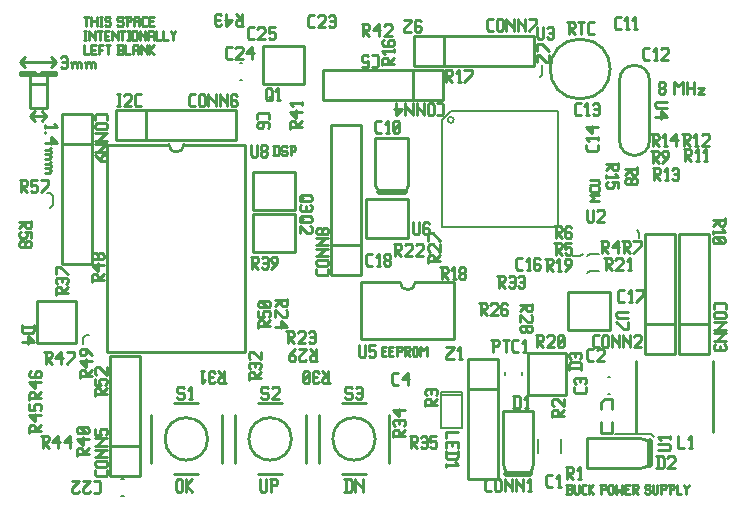
<source format=gbr>
G04 start of page 7 for group -4079 idx -4079 *
G04 Title: (unknown), topsilk *
G04 Creator: pcb 20091103 *
G04 CreationDate: Fri 29 Oct 2010 14:31:42 GMT UTC *
G04 For: thomas *
G04 Format: Gerber/RS-274X *
G04 PCB-Dimensions: 600000 500000 *
G04 PCB-Coordinate-Origin: lower left *
%MOIN*%
%FSLAX25Y25*%
%LNFRONTSILK*%
%ADD11C,0.0100*%
%ADD15C,0.0200*%
%ADD47C,0.0060*%
%ADD48C,0.0080*%
G54D47*X254709Y172261D02*X252346D01*
X89000Y145000D02*Y143000D01*
X91000Y146000D02*X90000D01*
X89000Y145000D01*
X261008Y173048D02*X257858D01*
X257071Y172261D01*
X261008Y167536D02*X257858D01*
X257071Y166749D01*
X254709Y172261D02*X255496Y173048D01*
X278425Y113205D02*X279425Y112205D01*
X278425Y113205D02*X266425D01*
X252346Y172261D02*X251559Y173048D01*
X242110Y236039D02*Y232889D01*
X241323Y232102D01*
X274394Y178560D02*Y180134D01*
X273606Y180922D01*
X77095Y193560D02*X78095D01*
X79095Y192560D01*
Y189560D01*
X78095Y188560D01*
G54D11*X71276Y219008D02*X72851Y217433D01*
X76788Y219008D02*X75213Y220583D01*
X71276Y219008D02*X76788D01*
X75213Y217433D01*
X72851Y220583D02*X71276Y219008D01*
X80079Y232914D02*X68268D01*
X75095Y233623D02*X80095D01*
X68095Y232623D02*X80095D01*
Y233623D01*
X71418Y229765D02*X76930D01*
X71418Y232914D02*Y221891D01*
X76930Y232914D02*Y221891D01*
X71418D01*
X68095Y233623D02*X73095D01*
X68095Y232623D02*Y233623D01*
X68126Y237119D02*X69700Y238693D01*
X68126Y237119D02*Y237118D01*
X69700Y235544D01*
X79937Y237119D02*X68126D01*
X79937D02*X78362Y235544D01*
X79937Y237119D02*X79936D01*
X78362Y238693D01*
X152753Y208956D02*Y205956D01*
X153878Y208956D02*X154253Y208581D01*
Y206331D01*
X153878Y205956D02*X154253Y206331D01*
X152378Y205956D02*X153878D01*
X152378Y208956D02*X153878D01*
X156653D02*X157028Y208581D01*
X155528Y208956D02*X156653D01*
X155153Y208581D02*X155528Y208956D01*
X155153Y208581D02*Y207831D01*
X155528Y207456D01*
X156653D01*
X157028Y207081D01*
Y206331D01*
X156653Y205956D02*X157028Y206331D01*
X155528Y205956D02*X156653D01*
X155153Y206331D02*X155528Y205956D01*
X158304Y208956D02*Y205956D01*
X157929Y208956D02*X159429D01*
X159804Y208581D01*
Y207831D01*
X159429Y207456D02*X159804Y207831D01*
X158304Y207456D02*X159429D01*
X280968Y226989D02*X281468Y226489D01*
X280968Y227989D02*Y226989D01*
Y227989D02*X281468Y228489D01*
X282468D01*
X282968Y227989D01*
Y226989D01*
X282468Y226489D02*X282968Y226989D01*
X281468Y226489D02*X282468D01*
X280968Y228989D02*X281468Y228489D01*
X280968Y229989D02*Y228989D01*
Y229989D02*X281468Y230489D01*
X282468D01*
X282968Y229989D01*
Y228989D01*
X282468Y228489D02*X282968Y228989D01*
X285969Y230489D02*Y226489D01*
Y230489D02*X287469Y228989D01*
X288969Y230489D01*
Y226489D01*
X290170Y230489D02*Y226489D01*
X292670Y230489D02*Y226489D01*
X290170Y228489D02*X292670D01*
X293871D02*X295871D01*
X293871Y226489D02*X295871Y228489D01*
X293871Y226489D02*X295871D01*
X100394Y226276D02*X101394D01*
X100894D02*Y222276D01*
X100394D02*X101394D01*
X102595Y225776D02*X103095Y226276D01*
X104595D01*
X105095Y225776D01*
Y224776D01*
X102595Y222276D02*X105095Y224776D01*
X102595Y222276D02*X105095D01*
X106796D02*X108296D01*
X106296Y222776D02*X106796Y222276D01*
X106296Y225776D02*Y222776D01*
Y225776D02*X106796Y226276D01*
X108296D01*
X120000Y97470D02*Y94410D01*
Y97470D02*X120510Y97980D01*
X121530D01*
X122040Y97470D01*
Y94410D01*
X121530Y93900D02*X122040Y94410D01*
X120510Y93900D02*X121530D01*
X120000Y94410D02*X120510Y93900D01*
X123265Y97980D02*Y93900D01*
Y95940D02*X125305Y97980D01*
X123265Y95940D02*X125305Y93900D01*
X148000Y97980D02*Y94410D01*
X148510Y93900D01*
X149530D01*
X150040Y94410D01*
Y97980D02*Y94410D01*
X151775Y97980D02*Y93900D01*
X151265Y97980D02*X153305D01*
X153815Y97470D01*
Y96450D01*
X153305Y95940D02*X153815Y96450D01*
X151775Y95940D02*X153305D01*
X176510Y97980D02*Y93900D01*
X178040Y97980D02*X178550Y97470D01*
Y94410D01*
X178040Y93900D02*X178550Y94410D01*
X176000Y93900D02*X178040D01*
X176000Y97980D02*X178040D01*
X179775D02*Y93900D01*
Y97980D02*Y97470D01*
X182325Y94920D01*
Y97980D02*Y93900D01*
X188535Y140585D02*X189660D01*
X188535Y139085D02*X190035D01*
X188535Y142085D02*Y139085D01*
Y142085D02*X190035D01*
X190935Y140585D02*X192060D01*
X190935Y139085D02*X192435D01*
X190935Y142085D02*Y139085D01*
Y142085D02*X192435D01*
X193711D02*Y139085D01*
X193336Y142085D02*X194836D01*
X195211Y141710D01*
Y140960D01*
X194836Y140585D02*X195211Y140960D01*
X193711Y140585D02*X194836D01*
X196112Y142085D02*X197612D01*
X197987Y141710D01*
Y140960D01*
X197612Y140585D02*X197987Y140960D01*
X196487Y140585D02*X197612D01*
X196487Y142085D02*Y139085D01*
Y140585D02*X197987Y139085D01*
X198888Y141710D02*Y139460D01*
Y141710D02*X199263Y142085D01*
X200013D01*
X200388Y141710D01*
Y139460D01*
X200013Y139085D02*X200388Y139460D01*
X199263Y139085D02*X200013D01*
X198888Y139460D02*X199263Y139085D01*
X201288Y142085D02*Y139085D01*
Y142085D02*X202413Y140960D01*
X203538Y142085D01*
Y139085D01*
X250016Y93210D02*X251516D01*
X251891Y93585D01*
Y94335D02*Y93585D01*
X251516Y94710D02*X251891Y94335D01*
X250391Y94710D02*X251516D01*
X250391Y96210D02*Y93210D01*
X250016Y96210D02*X251516D01*
X251891Y95835D01*
Y95085D01*
X251516Y94710D02*X251891Y95085D01*
X252791Y96210D02*Y93585D01*
X253166Y93210D01*
X253916D01*
X254291Y93585D01*
Y96210D02*Y93585D01*
X255567Y93210D02*X256692D01*
X255192Y93585D02*X255567Y93210D01*
X255192Y95835D02*Y93585D01*
Y95835D02*X255567Y96210D01*
X256692D01*
X257593D02*Y93210D01*
Y94710D02*X259093Y96210D01*
X257593Y94710D02*X259093Y93210D01*
X261719Y96210D02*Y93210D01*
X261344Y96210D02*X262844D01*
X263219Y95835D01*
Y95085D01*
X262844Y94710D02*X263219Y95085D01*
X261719Y94710D02*X262844D01*
X264119Y95835D02*Y93585D01*
Y95835D02*X264494Y96210D01*
X265244D01*
X265619Y95835D01*
Y93585D01*
X265244Y93210D02*X265619Y93585D01*
X264494Y93210D02*X265244D01*
X264119Y93585D02*X264494Y93210D01*
X266520Y96210D02*Y93210D01*
X267645Y94335D01*
X268770Y93210D01*
Y96210D02*Y93210D01*
X269671Y94710D02*X270796D01*
X269671Y93210D02*X271171D01*
X269671Y96210D02*Y93210D01*
Y96210D02*X271171D01*
X272072D02*X273572D01*
X273947Y95835D01*
Y95085D01*
X273572Y94710D02*X273947Y95085D01*
X272447Y94710D02*X273572D01*
X272447Y96210D02*Y93210D01*
Y94710D02*X273947Y93210D01*
X277697Y96210D02*X278072Y95835D01*
X276572Y96210D02*X277697D01*
X276197Y95835D02*X276572Y96210D01*
X276197Y95835D02*Y95085D01*
X276572Y94710D01*
X277697D01*
X278072Y94335D01*
Y93585D01*
X277697Y93210D02*X278072Y93585D01*
X276572Y93210D02*X277697D01*
X276197Y93585D02*X276572Y93210D01*
X278973Y96210D02*Y93585D01*
X279348Y93210D01*
X280098D01*
X280473Y93585D01*
Y96210D02*Y93585D01*
X281749Y96210D02*Y93210D01*
X281374Y96210D02*X282874D01*
X283249Y95835D01*
Y95085D01*
X282874Y94710D02*X283249Y95085D01*
X281749Y94710D02*X282874D01*
X284525Y96210D02*Y93210D01*
X284150Y96210D02*X285650D01*
X286025Y95835D01*
Y95085D01*
X285650Y94710D02*X286025Y95085D01*
X284525Y94710D02*X285650D01*
X286925Y96210D02*Y93210D01*
X288425D01*
X289326Y96210D02*Y95835D01*
X290076Y95085D01*
X290826Y95835D01*
Y96210D02*Y95835D01*
X290076Y95085D02*Y93210D01*
X250394Y250276D02*X252394D01*
X252894Y249776D01*
Y248776D01*
X252394Y248276D02*X252894Y248776D01*
X250894Y248276D02*X252394D01*
X250894Y250276D02*Y246276D01*
Y248276D02*X252894Y246276D01*
X254095Y250276D02*X256095D01*
X255095D02*Y246276D01*
X257796D02*X259296D01*
X257296Y246776D02*X257796Y246276D01*
X257296Y249776D02*Y246776D01*
Y249776D02*X257796Y250276D01*
X259296D01*
X258145Y190630D02*X261145D01*
X258145D02*X259270Y191755D01*
X258145Y192880D01*
X261145D01*
Y195280D02*Y194155D01*
X260770Y193780D02*X261145Y194155D01*
X258520Y193780D02*X260770D01*
X258520D02*X258145Y194155D01*
Y195280D02*Y194155D01*
Y196181D02*X260770D01*
X261145Y196556D01*
Y197306D02*Y196556D01*
Y197306D02*X260770Y197681D01*
X258145D02*X260770D01*
X76244Y216004D02*Y215004D01*
Y215504D02*X80244D01*
X79244Y216504D02*X80244Y215504D01*
X76244Y213803D02*Y213303D01*
X78244Y212102D02*X80244Y210102D01*
X78244Y212102D02*Y209602D01*
X76244Y210102D02*X80244D01*
X76244Y207901D02*X77744D01*
X78244Y207401D01*
Y206901D01*
X77744Y206401D01*
X76244D02*X77744D01*
X78244Y205901D01*
Y205401D01*
X77744Y204901D01*
X76244D02*X77744D01*
X78244Y208401D02*X77744Y207901D01*
X76244Y203200D02*X77744D01*
X78244Y202700D01*
Y202200D01*
X77744Y201700D01*
X76244D02*X77744D01*
X78244Y201200D01*
Y200700D01*
X77744Y200200D01*
X76244D02*X77744D01*
X78244Y203700D02*X77744Y203200D01*
X81653Y238502D02*X82153Y239002D01*
X83153D01*
X83653Y238502D01*
Y235502D01*
X83153Y235002D02*X83653Y235502D01*
X82153Y235002D02*X83153D01*
X81653Y235502D02*X82153Y235002D01*
Y237002D02*X83653D01*
X85354Y236502D02*Y235002D01*
Y236502D02*X85854Y237002D01*
X86354D01*
X86854Y236502D01*
Y235002D01*
Y236502D02*X87354Y237002D01*
X87854D01*
X88354Y236502D01*
Y235002D01*
X84854Y237002D02*X85354Y236502D01*
X90055D02*Y235002D01*
Y236502D02*X90555Y237002D01*
X91055D01*
X91555Y236502D01*
Y235002D01*
Y236502D02*X92055Y237002D01*
X92555D01*
X93055Y236502D01*
Y235002D01*
X89555Y237002D02*X90055Y236502D01*
X89388Y252118D02*X90888D01*
X90138D02*Y249118D01*
X91788Y252118D02*Y249118D01*
X93663Y252118D02*Y249118D01*
X91788Y250618D02*X93663D01*
X94564Y252118D02*X95314D01*
X94939D02*Y249118D01*
X94564D02*X95314D01*
X97715Y252118D02*X98090Y251743D01*
X96590Y252118D02*X97715D01*
X96215Y251743D02*X96590Y252118D01*
X96215Y251743D02*Y250993D01*
X96590Y250618D01*
X97715D01*
X98090Y250243D01*
Y249493D01*
X97715Y249118D02*X98090Y249493D01*
X96590Y249118D02*X97715D01*
X96215Y249493D02*X96590Y249118D01*
X101841Y252118D02*X102216Y251743D01*
X100716Y252118D02*X101841D01*
X100341Y251743D02*X100716Y252118D01*
X100341Y251743D02*Y250993D01*
X100716Y250618D01*
X101841D01*
X102216Y250243D01*
Y249493D01*
X101841Y249118D02*X102216Y249493D01*
X100716Y249118D02*X101841D01*
X100341Y249493D02*X100716Y249118D01*
X103491Y252118D02*Y249118D01*
X103116Y252118D02*X104616D01*
X104991Y251743D01*
Y250993D01*
X104616Y250618D02*X104991Y250993D01*
X103491Y250618D02*X104616D01*
X105892Y251743D02*Y249118D01*
Y251743D02*X106267Y252118D01*
X107392D01*
X107767Y251743D01*
Y249118D01*
X105892Y250618D02*X107767D01*
X109043Y249118D02*X110168D01*
X108668Y249493D02*X109043Y249118D01*
X108668Y251743D02*Y249493D01*
Y251743D02*X109043Y252118D01*
X110168D01*
X111069Y250618D02*X112194D01*
X111069Y249118D02*X112569D01*
X111069Y252118D02*Y249118D01*
Y252118D02*X112569D01*
X89387Y247392D02*X90137D01*
X89762D02*Y244392D01*
X89387D02*X90137D01*
X91037Y247392D02*Y244392D01*
Y247392D02*Y247017D01*
X92912Y245142D01*
Y247392D02*Y244392D01*
X93813Y247392D02*X95313D01*
X94563D02*Y244392D01*
X96214Y245892D02*X97339D01*
X96214Y244392D02*X97714D01*
X96214Y247392D02*Y244392D01*
Y247392D02*X97714D01*
X98615D02*Y244392D01*
Y247392D02*Y247017D01*
X100490Y245142D01*
Y247392D02*Y244392D01*
X101390Y247392D02*X102890D01*
X102140D02*Y244392D01*
X103791Y247392D02*X104541D01*
X104166D02*Y244392D01*
X103791D02*X104541D01*
X105442Y247017D02*Y244767D01*
Y247017D02*X105817Y247392D01*
X106567D01*
X106942Y247017D01*
Y244767D01*
X106567Y244392D02*X106942Y244767D01*
X105817Y244392D02*X106567D01*
X105442Y244767D02*X105817Y244392D01*
X107843Y247392D02*Y244392D01*
Y247392D02*Y247017D01*
X109718Y245142D01*
Y247392D02*Y244392D01*
X110618Y247017D02*Y244392D01*
Y247017D02*X110993Y247392D01*
X112118D01*
X112493Y247017D01*
Y244392D01*
X110618Y245892D02*X112493D01*
X113394Y247392D02*Y244392D01*
X114894D01*
X115795Y247392D02*Y244392D01*
X117295D01*
X118196Y247392D02*Y247017D01*
X118946Y246267D01*
X119696Y247017D01*
Y247392D02*Y247017D01*
X118946Y246267D02*Y244392D01*
X89387Y242668D02*Y239668D01*
X90887D01*
X91787Y241168D02*X92912D01*
X91787Y239668D02*X93287D01*
X91787Y242668D02*Y239668D01*
Y242668D02*X93287D01*
X94188D02*Y239668D01*
Y242668D02*X95688D01*
X94188Y241168D02*X95313D01*
X96589Y242668D02*X98089D01*
X97339D02*Y239668D01*
X100340D02*X101840D01*
X102215Y240043D01*
Y240793D02*Y240043D01*
X101840Y241168D02*X102215Y240793D01*
X100715Y241168D02*X101840D01*
X100715Y242668D02*Y239668D01*
X100340Y242668D02*X101840D01*
X102215Y242293D01*
Y241543D01*
X101840Y241168D02*X102215Y241543D01*
X103115Y242668D02*Y239668D01*
X104615D01*
X105516Y242293D02*Y239668D01*
Y242293D02*X105891Y242668D01*
X107016D01*
X107391Y242293D01*
Y239668D01*
X105516Y241168D02*X107391D01*
X108292Y242668D02*Y239668D01*
Y242668D02*Y242293D01*
X110167Y240418D01*
Y242668D02*Y239668D01*
X111068Y242668D02*Y239668D01*
Y241168D02*X112568Y242668D01*
X111068Y241168D02*X112568Y239668D01*
G54D15*X230025Y99705D02*X238025D01*
G54D11*X239125Y103105D01*
Y120705D02*Y103105D01*
X228925Y120705D02*X239125D01*
X228925D02*Y103105D01*
X230025Y99705D01*
X217425Y138205D02*Y98205D01*
X227425D01*
Y138205D01*
X217425D01*
Y128205D02*X227425D01*
Y138205D01*
G54D48*X208425Y127205D02*X215425D01*
X208425D02*Y115205D01*
X215425D01*
Y127205D02*Y115205D01*
X208425Y126205D02*X215425D01*
G54D11*X181728Y163651D02*Y144651D01*
X212728D01*
Y163651D02*Y144651D01*
X181728Y163651D02*X194728D01*
X199728D02*X212728D01*
X194728D02*G75*G03X199728Y163651I2500J0D01*G01*
X183379Y178496D02*X197279D01*
Y191296D02*Y178496D01*
X183379Y191296D02*X197279D01*
X183379D02*Y178496D01*
X277819Y230954D02*Y210954D01*
X267819Y230954D02*Y210954D01*
X277819Y230954D02*G75*G03X267819Y230954I-5000J0D01*G01*
Y210954D02*G75*G03X277819Y210954I5000J0D01*G01*
X254709Y244741D02*G75*G03X254709Y244741I0J-10000D01*G01*
X250749Y160508D02*X264649D01*
X250749D02*Y147708D01*
X264649D01*
Y160508D02*Y147708D01*
G54D48*X264032Y126450D02*X264818D01*
X264032Y131960D02*X264818D01*
G54D11*X261675Y121405D02*Y123680D01*
X262900Y124905D01*
X265175D01*
Y121405D01*
X261675Y117005D02*Y113505D01*
X265175D01*
Y117005D01*
G54D15*X277925Y110805D02*Y102805D01*
G54D11*Y110805D02*X274525Y111905D01*
X256925D02*X274525D01*
X256925D02*Y101705D01*
X274525D01*
X277925Y102805D01*
X286480Y179623D02*Y139623D01*
X276480Y179623D02*X286480D01*
X276480D02*Y139623D01*
X286480D01*
X276480Y149623D02*X286480D01*
X276480D02*Y139623D01*
X297504Y179702D02*Y139702D01*
X287504Y179702D02*X297504D01*
X287504D02*Y139702D01*
X297504D01*
X287504Y149702D02*X297504D01*
X287504D02*Y139702D01*
X273225Y137339D02*Y113717D01*
X299059Y137339D02*Y113717D01*
X199315Y235764D02*X239315D01*
Y245764D02*Y235764D01*
X199315Y245764D02*X239315D01*
X199315D02*Y235764D01*
X209315Y245764D02*Y235764D01*
X199315Y245764D02*X209315D01*
G54D48*X211552Y220679D02*X247222D01*
Y182109D01*
X208652D01*
Y217779D01*
X211552Y220679D01*
X210552Y217779D02*G75*G03X210552Y217779I1000J0D01*G01*
X235180Y133598D02*Y132812D01*
X229670Y133598D02*Y132812D01*
G54D11*X250038Y140005D02*Y126105D01*
X237238Y140005D02*X250038D01*
X237238D02*Y126105D01*
X250038D01*
G54D48*X240685Y111567D02*Y106843D01*
X248165Y111567D02*Y106843D01*
G54D11*X108000Y139000D02*Y99000D01*
X98000Y139000D02*X108000D01*
X98000D02*Y99000D01*
X108000D01*
X98000Y109000D02*X108000D01*
X98000D02*Y99000D01*
G54D48*X101717Y92513D02*X102503D01*
X101717Y98023D02*X102503D01*
G54D11*X119472Y99622D02*X127346D01*
X119472Y123244D02*X127346D01*
X111598Y119307D02*Y103559D01*
X135220Y119307D02*Y103559D01*
X116323Y111433D02*G75*G03X116323Y111433I7086J0D01*G01*
X73700Y157300D02*Y143400D01*
X86500D01*
Y157300D01*
X73700D01*
X145800Y186500D02*X159700D01*
X145800D02*Y173700D01*
X159700D01*
Y186500D02*Y173700D01*
X145800Y200500D02*X159700D01*
X145800D02*Y187700D01*
X159700D01*
Y200500D02*Y187700D01*
X175378Y99622D02*X183252D01*
X175378Y123244D02*X183252D01*
X167504Y119307D02*Y103559D01*
X191126Y119307D02*Y103559D01*
X172229Y111433D02*G75*G03X172229Y111433I7086J0D01*G01*
X147425Y99622D02*X155299D01*
X147425Y123244D02*X155299D01*
X139551Y119307D02*Y103559D01*
X163173Y119307D02*Y103559D01*
X144276Y111433D02*G75*G03X144276Y111433I7086J0D01*G01*
X97095Y209560D02*Y140560D01*
X143095D01*
Y209560D02*Y140560D01*
X97095Y209560D02*X117595D01*
X122595D02*X143095D01*
X117595D02*G75*G03X122595Y209560I2500J0D01*G01*
X81992Y219780D02*Y169780D01*
X91992D01*
Y219780D02*Y169780D01*
X81992Y219780D02*X91992D01*
X81992Y209780D02*X91992D01*
Y219780D02*Y209780D01*
X100000Y211000D02*X140000D01*
Y221000D02*Y211000D01*
X100000Y221000D02*X140000D01*
X100000D02*Y211000D01*
X110000Y221000D02*Y211000D01*
X100000Y221000D02*X110000D01*
G54D48*X141245Y236708D02*X142031D01*
X141245Y231198D02*X142031D01*
G54D11*X181756Y215922D02*Y165922D01*
X171756Y215922D02*X181756D01*
X171756D02*Y165922D01*
X181756D01*
X171756Y175922D02*X181756D01*
X171756D02*Y165922D01*
G54D15*X187642Y193645D02*X196242D01*
G54D11*X197442Y196045D01*
Y211845D02*Y196045D01*
X186442Y211845D02*X197442D01*
X186442D02*Y196045D01*
X187642Y193645D01*
X169062Y234363D02*X209062D01*
X169062D02*Y224363D01*
X209062D01*
Y234363D02*Y224363D01*
X199062Y234363D02*Y224363D01*
X209062D01*
X148900Y229600D02*X162800D01*
Y242400D02*Y229600D01*
X148900Y242400D02*X162800D01*
X148900D02*Y229600D01*
X170756Y167922D02*Y166422D01*
X170256Y165922D02*X170756Y166422D01*
X167256Y165922D02*X170256D01*
X167256D02*X166756Y166422D01*
Y167922D02*Y166422D01*
X167256Y169123D02*X170256D01*
X167256D02*X166756Y169623D01*
Y170623D02*Y169623D01*
Y170623D02*X167256Y171123D01*
X170256D01*
X170756Y170623D02*X170256Y171123D01*
X170756Y170623D02*Y169623D01*
X170256Y169123D02*X170756Y169623D01*
X166756Y172324D02*X170756D01*
X166756D02*X167256D01*
X169756Y174824D01*
X166756D02*X170756D01*
X166756Y176025D02*X170756D01*
X166756D02*X167256D01*
X169756Y178525D01*
X166756D02*X170756D01*
X170256Y179726D02*X170756Y180226D01*
X169256Y179726D02*X170256D01*
X169256D02*X168756Y180226D01*
Y181226D02*Y180226D01*
Y181226D02*X169256Y181726D01*
X170256D01*
X170756Y181226D02*X170256Y181726D01*
X170756Y181226D02*Y180226D01*
X168256Y179726D02*X168756Y180226D01*
X167256Y179726D02*X168256D01*
X167256D02*X166756Y180226D01*
Y181226D02*Y180226D01*
Y181226D02*X167256Y181726D01*
X168256D01*
X168756Y181226D02*X168256Y181726D01*
X186930Y213570D02*X188430D01*
X186430Y214070D02*X186930Y213570D01*
X186430Y217070D02*Y214070D01*
Y217070D02*X186930Y217570D01*
X188430D01*
X190131Y213570D02*X191131D01*
X190631Y217570D02*Y213570D01*
X189631Y216570D02*X190631Y217570D01*
X192332Y214070D02*X192832Y213570D01*
X192332Y217070D02*Y214070D01*
Y217070D02*X192832Y217570D01*
X193832D01*
X194332Y217070D01*
Y214070D01*
X193832Y213570D02*X194332Y214070D01*
X192832Y213570D02*X193832D01*
X192332Y214570D02*X194332Y216570D01*
X181055Y142615D02*Y139115D01*
X181555Y138615D01*
X182555D01*
X183055Y139115D01*
Y142615D02*Y139115D01*
X184256Y142615D02*X186256D01*
X184256D02*Y140615D01*
X184756Y141115D01*
X185756D01*
X186256Y140615D01*
Y139115D01*
X185756Y138615D02*X186256Y139115D01*
X184756Y138615D02*X185756D01*
X184256Y139115D02*X184756Y138615D01*
X156818Y147343D02*X158818D01*
X159318Y146843D01*
Y145843D01*
X158818Y145343D02*X159318Y145843D01*
X157318Y145343D02*X158818D01*
X157318Y147343D02*Y143343D01*
Y145343D02*X159318Y143343D01*
X160519Y146843D02*X161019Y147343D01*
X162519D01*
X163019Y146843D01*
Y145843D01*
X160519Y143343D02*X163019Y145843D01*
X160519Y143343D02*X163019D01*
X164220Y146843D02*X164720Y147343D01*
X165720D01*
X166220Y146843D01*
Y143843D01*
X165720Y143343D02*X166220Y143843D01*
X164720Y143343D02*X165720D01*
X164220Y143843D02*X164720Y143343D01*
Y145343D02*X166220D01*
X147358Y150409D02*Y148409D01*
Y150409D02*X147858Y150909D01*
X148858D01*
X149358Y150409D02*X148858Y150909D01*
X149358Y150409D02*Y148909D01*
X147358D02*X151358D01*
X149358D02*X151358Y150909D01*
X147358Y154110D02*Y152110D01*
X149358D01*
X148858Y152610D01*
Y153610D02*Y152610D01*
Y153610D02*X149358Y154110D01*
X150858D01*
X151358Y153610D02*X150858Y154110D01*
X151358Y153610D02*Y152610D01*
X150858Y152110D02*X151358Y152610D01*
X150858Y155311D02*X151358Y155811D01*
X147858Y155311D02*X150858D01*
X147858D02*X147358Y155811D01*
Y156811D02*Y155811D01*
Y156811D02*X147858Y157311D01*
X150858D01*
X151358Y156811D02*X150858Y157311D01*
X151358Y156811D02*Y155811D01*
X150358Y155311D02*X148358Y157311D01*
X157150Y158150D02*Y156150D01*
X156650Y155650D01*
X155650D02*X156650D01*
X155150Y156150D02*X155650Y155650D01*
X155150Y157650D02*Y156150D01*
X153150Y157650D02*X157150D01*
X155150D02*X153150Y155650D01*
X156650Y154449D02*X157150Y153949D01*
Y152449D01*
X156650Y151949D01*
X155650D02*X156650D01*
X153150Y154449D02*X155650Y151949D01*
X153150Y154449D02*Y151949D01*
X155150Y150748D02*X157150Y148748D01*
X155150Y150748D02*Y148248D01*
X153150Y148748D02*X157150D01*
X145095Y209560D02*Y206060D01*
X145595Y205560D01*
X146595D01*
X147095Y206060D01*
Y209560D02*Y206060D01*
X148296D02*X148796Y205560D01*
X148296Y207060D02*Y206060D01*
Y207060D02*X148796Y207560D01*
X149796D01*
X150296Y207060D01*
Y206060D01*
X149796Y205560D02*X150296Y206060D01*
X148796Y205560D02*X149796D01*
X148296Y208060D02*X148796Y207560D01*
X148296Y209060D02*Y208060D01*
Y209060D02*X148796Y209560D01*
X149796D01*
X150296Y209060D01*
Y208060D01*
X149796Y207560D02*X150296Y208060D01*
X144850Y172150D02*X146850D01*
X147350Y171650D01*
Y170650D01*
X146850Y170150D02*X147350Y170650D01*
X145350Y170150D02*X146850D01*
X145350Y172150D02*Y168150D01*
Y170150D02*X147350Y168150D01*
X148551Y171650D02*X149051Y172150D01*
X150051D01*
X150551Y171650D01*
Y168650D01*
X150051Y168150D02*X150551Y168650D01*
X149051Y168150D02*X150051D01*
X148551Y168650D02*X149051Y168150D01*
Y170150D02*X150551D01*
X151752Y168150D02*X153752Y170150D01*
Y171650D02*Y170150D01*
X153252Y172150D02*X153752Y171650D01*
X152252Y172150D02*X153252D01*
X151752Y171650D02*X152252Y172150D01*
X151752Y171650D02*Y170650D01*
X152252Y170150D01*
X153752D01*
X161800Y185700D02*X164800D01*
X165300Y185200D01*
Y184200D01*
X164800Y183700D01*
X161800D02*X164800D01*
X161300Y184200D02*X161800Y183700D01*
X161300Y185200D02*Y184200D01*
X161800Y185700D02*X161300Y185200D01*
X162300Y184700D02*X161300Y183700D01*
X164800Y182499D02*X165300Y181999D01*
Y180499D01*
X164800Y179999D01*
X163800D02*X164800D01*
X161300Y182499D02*X163800Y179999D01*
X161300Y182499D02*Y179999D01*
X161800Y192700D02*X164800D01*
X165300Y192200D01*
Y191200D01*
X164800Y190700D01*
X161800D02*X164800D01*
X161300Y191200D02*X161800Y190700D01*
X161300Y192200D02*Y191200D01*
X161800Y192700D02*X161300Y192200D01*
X162300Y191700D02*X161300Y190700D01*
X164800Y189499D02*X165300Y188999D01*
Y187999D01*
X164800Y187499D01*
X161800D02*X164800D01*
X161300Y187999D02*X161800Y187499D01*
X161300Y188999D02*Y187999D01*
X161800Y189499D02*X161300Y188999D01*
X163300D02*Y187499D01*
X195850Y251150D02*X198350D01*
Y250650D01*
X195850Y248150D02*X198350Y250650D01*
X195850Y248150D02*Y247150D01*
X198350D01*
X201051Y251150D02*X201551Y250650D01*
X200051Y251150D02*X201051D01*
X199551Y250650D02*X200051Y251150D01*
X199551Y250650D02*Y247650D01*
X200051Y247150D01*
X201051Y249150D02*X201551Y248650D01*
X199551Y249150D02*X201051D01*
X200051Y247150D02*X201051D01*
X201551Y247650D01*
Y248650D02*Y247650D01*
X181945Y249710D02*X183945D01*
X184445Y249210D01*
Y248210D01*
X183945Y247710D02*X184445Y248210D01*
X182445Y247710D02*X183945D01*
X182445Y249710D02*Y245710D01*
Y247710D02*X184445Y245710D01*
X185646Y247710D02*X187646Y249710D01*
X185646Y247710D02*X188146D01*
X187646Y249710D02*Y245710D01*
X189347Y249210D02*X189847Y249710D01*
X191347D01*
X191847Y249210D01*
Y248210D01*
X189347Y245710D02*X191847Y248210D01*
X189347Y245710D02*X191847D01*
X149900Y227900D02*Y224900D01*
Y227900D02*X150400Y228400D01*
X151400D01*
X151900Y227900D01*
Y224900D01*
X151400Y224400D02*X151900Y224900D01*
X150400Y224400D02*X151400D01*
X149900Y224900D02*X150400Y224400D01*
X150900Y225400D02*X151900Y224400D01*
X153601D02*X154601D01*
X154101Y228400D02*Y224400D01*
X153101Y227400D02*X154101Y228400D01*
X92992Y219280D02*Y217780D01*
X93492Y219780D02*X92992Y219280D01*
X93492Y219780D02*X96492D01*
X96992Y219280D01*
Y217780D01*
X93492Y216579D02*X96492D01*
X96992Y216079D01*
Y215079D01*
X96492Y214579D01*
X93492D02*X96492D01*
X92992Y215079D02*X93492Y214579D01*
X92992Y216079D02*Y215079D01*
X93492Y216579D02*X92992Y216079D01*
Y213378D02*X96992D01*
X96492D02*X96992D01*
X96492D02*X93992Y210878D01*
X92992D02*X96992D01*
X92992Y209677D02*X96992D01*
X96492D02*X96992D01*
X96492D02*X93992Y207177D01*
X92992D02*X96992D01*
X92992Y205976D02*X94992Y203976D01*
X96492D01*
X96992Y204476D02*X96492Y203976D01*
X96992Y205476D02*Y204476D01*
X96492Y205976D02*X96992Y205476D01*
X95492Y205976D02*X96492D01*
X95492D02*X94992Y205476D01*
Y203976D01*
X124894Y222276D02*X126394D01*
X124394Y222776D02*X124894Y222276D01*
X124394Y225776D02*Y222776D01*
Y225776D02*X124894Y226276D01*
X126394D01*
X127595Y225776D02*Y222776D01*
Y225776D02*X128095Y226276D01*
X129095D01*
X129595Y225776D01*
Y222776D01*
X129095Y222276D02*X129595Y222776D01*
X128095Y222276D02*X129095D01*
X127595Y222776D02*X128095Y222276D01*
X130796Y226276D02*Y222276D01*
Y226276D02*Y225776D01*
X133296Y223276D01*
Y226276D02*Y222276D01*
X134497Y226276D02*Y222276D01*
Y226276D02*Y225776D01*
X136997Y223276D01*
Y226276D02*Y222276D01*
X139698Y226276D02*X140198Y225776D01*
X138698Y226276D02*X139698D01*
X138198Y225776D02*X138698Y226276D01*
X138198Y225776D02*Y222776D01*
X138698Y222276D01*
X139698Y224276D02*X140198Y223776D01*
X138198Y224276D02*X139698D01*
X138698Y222276D02*X139698D01*
X140198Y222776D01*
Y223776D02*Y222776D01*
X147150Y219650D02*Y218150D01*
X147650Y220150D02*X147150Y219650D01*
X147650Y220150D02*X150650D01*
X151150Y219650D01*
Y218150D01*
Y215449D02*X150650Y214949D01*
X151150Y216449D02*Y215449D01*
X150650Y216949D02*X151150Y216449D01*
X147650Y216949D02*X150650D01*
X147650D02*X147150Y216449D01*
X149150Y215449D02*X148650Y214949D01*
X149150Y216949D02*Y215449D01*
X147150Y216449D02*Y215449D01*
X147650Y214949D01*
X148650D01*
X157850Y216850D02*Y214850D01*
Y216850D02*X158350Y217350D01*
X159350D01*
X159850Y216850D02*X159350Y217350D01*
X159850Y216850D02*Y215350D01*
X157850D02*X161850D01*
X159850D02*X161850Y217350D01*
X159850Y218551D02*X157850Y220551D01*
X159850Y221051D02*Y218551D01*
X157850Y220551D02*X161850D01*
Y223752D02*Y222752D01*
X157850Y223252D02*X161850D01*
X158850Y222252D02*X157850Y223252D01*
X185331Y239411D02*X186831D01*
X187331Y238911D02*X186831Y239411D01*
X187331Y238911D02*Y235911D01*
X186831Y235411D01*
X185331D02*X186831D01*
X182130D02*X184130D01*
Y237411D02*Y235411D01*
Y237411D02*X183630Y236911D01*
X182630D02*X183630D01*
X182630D02*X182130Y237411D01*
Y238911D02*Y237411D01*
X182630Y239411D02*X182130Y238911D01*
X182630Y239411D02*X183630D01*
X184130Y238911D02*X183630Y239411D01*
X164496Y248710D02*X165996D01*
X163996Y249210D02*X164496Y248710D01*
X163996Y252210D02*Y249210D01*
Y252210D02*X164496Y252710D01*
X165996D01*
X167197Y252210D02*X167697Y252710D01*
X169197D01*
X169697Y252210D01*
Y251210D01*
X167197Y248710D02*X169697Y251210D01*
X167197Y248710D02*X169697D01*
X170898Y252210D02*X171398Y252710D01*
X172398D01*
X172898Y252210D01*
Y249210D01*
X172398Y248710D02*X172898Y249210D01*
X171398Y248710D02*X172398D01*
X170898Y249210D02*X171398Y248710D01*
Y250710D02*X172898D01*
X144445Y244710D02*X145945D01*
X143945Y245210D02*X144445Y244710D01*
X143945Y248210D02*Y245210D01*
Y248210D02*X144445Y248710D01*
X145945D01*
X147146Y248210D02*X147646Y248710D01*
X149146D01*
X149646Y248210D01*
Y247210D01*
X147146Y244710D02*X149646Y247210D01*
X147146Y244710D02*X149646D01*
X150847Y248710D02*X152847D01*
X150847D02*Y246710D01*
X151347Y247210D01*
X152347D01*
X152847Y246710D01*
Y245210D01*
X152347Y244710D02*X152847Y245210D01*
X151347Y244710D02*X152347D01*
X150847Y245210D02*X151347Y244710D01*
X136988Y238103D02*X138488D01*
X136488Y238603D02*X136988Y238103D01*
X136488Y241603D02*Y238603D01*
Y241603D02*X136988Y242103D01*
X138488D01*
X139689Y241603D02*X140189Y242103D01*
X141689D01*
X142189Y241603D01*
Y240603D01*
X139689Y238103D02*X142189Y240603D01*
X139689Y238103D02*X142189D01*
X143390Y240103D02*X145390Y242103D01*
X143390Y240103D02*X145890D01*
X145390Y242103D02*Y238103D01*
X140482Y249135D02*X142482D01*
X140482D02*X139982Y249635D01*
Y250635D02*Y249635D01*
X140482Y251135D02*X139982Y250635D01*
X140482Y251135D02*X141982D01*
Y253135D02*Y249135D01*
Y251135D02*X139982Y253135D01*
X138781Y251135D02*X136781Y249135D01*
X136281Y251135D02*X138781D01*
X136781Y253135D02*Y249135D01*
X135080Y249635D02*X134580Y249135D01*
X133580D02*X134580D01*
X133580D02*X133080Y249635D01*
Y252635D02*Y249635D01*
X133580Y253135D02*X133080Y252635D01*
X133580Y253135D02*X134580D01*
X135080Y252635D02*X134580Y253135D01*
X133080Y251135D02*X134580D01*
X97000Y101000D02*Y99500D01*
X96500Y99000D02*X97000Y99500D01*
X93500Y99000D02*X96500D01*
X93500D02*X93000Y99500D01*
Y101000D02*Y99500D01*
X93500Y102201D02*X96500D01*
X93500D02*X93000Y102701D01*
Y103701D02*Y102701D01*
Y103701D02*X93500Y104201D01*
X96500D01*
X97000Y103701D02*X96500Y104201D01*
X97000Y103701D02*Y102701D01*
X96500Y102201D02*X97000Y102701D01*
X93000Y105402D02*X97000D01*
X93000D02*X93500D01*
X96000Y107902D01*
X93000D02*X97000D01*
X93000Y109103D02*X97000D01*
X93000D02*X93500D01*
X96000Y111603D01*
X93000D02*X97000D01*
X93000Y114804D02*Y112804D01*
X95000D01*
X94500Y113304D01*
Y114304D02*Y113304D01*
Y114304D02*X95000Y114804D01*
X96500D01*
X97000Y114304D02*X96500Y114804D01*
X97000Y114304D02*Y113304D01*
X96500Y112804D02*X97000Y113304D01*
X92850Y127850D02*Y125850D01*
Y127850D02*X93350Y128350D01*
X94350D01*
X94850Y127850D02*X94350Y128350D01*
X94850Y127850D02*Y126350D01*
X92850D02*X96850D01*
X94850D02*X96850Y128350D01*
X92850Y131551D02*Y129551D01*
X94850D01*
X94350Y130051D01*
Y131051D02*Y130051D01*
Y131051D02*X94850Y131551D01*
X96350D01*
X96850Y131051D02*X96350Y131551D01*
X96850Y131051D02*Y130051D01*
X96350Y129551D02*X96850Y130051D01*
X93350Y132752D02*X92850Y133252D01*
Y134752D02*Y133252D01*
Y134752D02*X93350Y135252D01*
X94350D01*
X96850Y132752D02*X94350Y135252D01*
X96850D02*Y132752D01*
X86850Y107850D02*Y105850D01*
Y107850D02*X87350Y108350D01*
X88350D01*
X88850Y107850D02*X88350Y108350D01*
X88850Y107850D02*Y106350D01*
X86850D02*X90850D01*
X88850D02*X90850Y108350D01*
X88850Y109551D02*X86850Y111551D01*
X88850Y112051D02*Y109551D01*
X86850Y111551D02*X90850D01*
X90350Y113252D02*X90850Y113752D01*
X87350Y113252D02*X90350D01*
X87350D02*X86850Y113752D01*
Y114752D02*Y113752D01*
Y114752D02*X87350Y115252D01*
X90350D01*
X90850Y114752D02*X90350Y115252D01*
X90850Y114752D02*Y113752D01*
X89850Y113252D02*X87850Y115252D01*
Y133850D02*Y131850D01*
Y133850D02*X88350Y134350D01*
X89350D01*
X89850Y133850D02*X89350Y134350D01*
X89850Y133850D02*Y132350D01*
X87850D02*X91850D01*
X89850D02*X91850Y134350D01*
X89850Y135551D02*X87850Y137551D01*
X89850Y138051D02*Y135551D01*
X87850Y137551D02*X91850D01*
Y139252D02*X89850Y141252D01*
X88350D02*X89850D01*
X87850Y140752D02*X88350Y141252D01*
X87850Y140752D02*Y139752D01*
X88350Y139252D02*X87850Y139752D01*
X88350Y139252D02*X89350D01*
X89850Y139752D01*
Y141252D02*Y139752D01*
X76095Y140560D02*X78095D01*
X78595Y140060D01*
Y139060D01*
X78095Y138560D02*X78595Y139060D01*
X76595Y138560D02*X78095D01*
X76595Y140560D02*Y136560D01*
Y138560D02*X78595Y136560D01*
X79796Y138560D02*X81796Y140560D01*
X79796Y138560D02*X82296D01*
X81796Y140560D02*Y136560D01*
X83497D02*X85997Y139060D01*
Y140560D02*Y139060D01*
X83497Y140560D02*X85997D01*
X68500Y148800D02*X72500D01*
Y147300D02*X72000Y146800D01*
X69000D02*X72000D01*
X68500Y147300D02*X69000Y146800D01*
X68500Y149300D02*Y147300D01*
X72500Y149300D02*Y147300D01*
X70500Y145599D02*X72500Y143599D01*
X70500Y145599D02*Y143099D01*
X68500Y143599D02*X72500D01*
X71095Y126560D02*Y124560D01*
Y126560D02*X71595Y127060D01*
X72595D01*
X73095Y126560D02*X72595Y127060D01*
X73095Y126560D02*Y125060D01*
X71095D02*X75095D01*
X73095D02*X75095Y127060D01*
X73095Y128261D02*X71095Y130261D01*
X73095Y130761D02*Y128261D01*
X71095Y130261D02*X75095D01*
X71095Y133462D02*X71595Y133962D01*
X71095Y133462D02*Y132462D01*
X71595Y131962D02*X71095Y132462D01*
X71595Y131962D02*X74595D01*
X75095Y132462D01*
X73095Y133462D02*X73595Y133962D01*
X73095Y133462D02*Y131962D01*
X75095Y133462D02*Y132462D01*
Y133462D02*X74595Y133962D01*
X73595D02*X74595D01*
X91850Y165850D02*Y163850D01*
Y165850D02*X92350Y166350D01*
X93350D01*
X93850Y165850D02*X93350Y166350D01*
X93850Y165850D02*Y164350D01*
X91850D02*X95850D01*
X93850D02*X95850Y166350D01*
X93850Y167551D02*X91850Y169551D01*
X93850Y170051D02*Y167551D01*
X91850Y169551D02*X95850D01*
X95350Y171252D02*X95850Y171752D01*
X94350Y171252D02*X95350D01*
X94350D02*X93850Y171752D01*
Y172752D02*Y171752D01*
Y172752D02*X94350Y173252D01*
X95350D01*
X95850Y172752D02*X95350Y173252D01*
X95850Y172752D02*Y171752D01*
X93350Y171252D02*X93850Y171752D01*
X92350Y171252D02*X93350D01*
X92350D02*X91850Y171752D01*
Y172752D02*Y171752D01*
Y172752D02*X92350Y173252D01*
X93350D01*
X93850Y172752D02*X93350Y173252D01*
X71737Y184151D02*Y182151D01*
X71237Y181651D01*
X70237D02*X71237D01*
X69737Y182151D02*X70237Y181651D01*
X69737Y183651D02*Y182151D01*
X67737Y183651D02*X71737D01*
X69737D02*X67737Y181651D01*
X71737Y180450D02*Y178450D01*
X69737Y180450D02*X71737D01*
X69737D02*X70237Y179950D01*
Y178950D01*
X69737Y178450D01*
X68237D02*X69737D01*
X67737Y178950D02*X68237Y178450D01*
X67737Y179950D02*Y178950D01*
X68237Y180450D02*X67737Y179950D01*
X68237Y177249D02*X67737Y176749D01*
X68237Y177249D02*X69237D01*
X69737Y176749D01*
Y175749D01*
X69237Y175249D01*
X68237D02*X69237D01*
X67737Y175749D02*X68237Y175249D01*
X67737Y176749D02*Y175749D01*
X70237Y177249D02*X69737Y176749D01*
X70237Y177249D02*X71237D01*
X71737Y176749D01*
Y175749D01*
X71237Y175249D01*
X70237D02*X71237D01*
X69737Y175749D02*X70237Y175249D01*
X79945Y161410D02*Y159410D01*
Y161410D02*X80445Y161910D01*
X81445D01*
X81945Y161410D02*X81445Y161910D01*
X81945Y161410D02*Y159910D01*
X79945D02*X83945D01*
X81945D02*X83945Y161910D01*
X80445Y163111D02*X79945Y163611D01*
Y164611D02*Y163611D01*
Y164611D02*X80445Y165111D01*
X83445D01*
X83945Y164611D02*X83445Y165111D01*
X83945Y164611D02*Y163611D01*
X83445Y163111D02*X83945Y163611D01*
X81945Y165111D02*Y163611D01*
X83945Y166312D02*X81445Y168812D01*
X79945D02*X81445D01*
X79945D02*Y166312D01*
X67945Y197710D02*X69945D01*
X70445Y197210D01*
Y196210D01*
X69945Y195710D02*X70445Y196210D01*
X68445Y195710D02*X69945D01*
X68445Y197710D02*Y193710D01*
Y195710D02*X70445Y193710D01*
X71646Y197710D02*X73646D01*
X71646D02*Y195710D01*
X72146Y196210D01*
X73146D01*
X73646Y195710D01*
Y194210D01*
X73146Y193710D02*X73646Y194210D01*
X72146Y193710D02*X73146D01*
X71646Y194210D02*X72146Y193710D01*
X74847D02*X77347Y196210D01*
Y197710D02*Y196210D01*
X74847Y197710D02*X77347D01*
X71095Y115560D02*Y113560D01*
Y115560D02*X71595Y116060D01*
X72595D01*
X73095Y115560D02*X72595Y116060D01*
X73095Y115560D02*Y114060D01*
X71095D02*X75095D01*
X73095D02*X75095Y116060D01*
X73095Y117261D02*X71095Y119261D01*
X73095Y119761D02*Y117261D01*
X71095Y119261D02*X75095D01*
X71095Y122962D02*Y120962D01*
X73095D01*
X72595Y121462D01*
Y122462D02*Y121462D01*
Y122462D02*X73095Y122962D01*
X74595D01*
X75095Y122462D02*X74595Y122962D01*
X75095Y122462D02*Y121462D01*
X74595Y120962D02*X75095Y121462D01*
Y112560D02*X77095D01*
X77595Y112060D01*
Y111060D01*
X77095Y110560D02*X77595Y111060D01*
X75595Y110560D02*X77095D01*
X75595Y112560D02*Y108560D01*
Y110560D02*X77595Y108560D01*
X78796Y110560D02*X80796Y112560D01*
X78796Y110560D02*X81296D01*
X80796Y112560D02*Y108560D01*
X82497Y110560D02*X84497Y112560D01*
X82497Y110560D02*X84997D01*
X84497Y112560D02*Y108560D01*
X92664Y97496D02*X94164D01*
X94664Y96996D02*X94164Y97496D01*
X94664Y96996D02*Y93996D01*
X94164Y93496D01*
X92664D02*X94164D01*
X91463Y93996D02*X90963Y93496D01*
X89463D02*X90963D01*
X89463D02*X88963Y93996D01*
Y94996D02*Y93996D01*
X91463Y97496D02*X88963Y94996D01*
Y97496D02*X91463D01*
X87762Y93996D02*X87262Y93496D01*
X85762D02*X87262D01*
X85762D02*X85262Y93996D01*
Y94996D02*Y93996D01*
X87762Y97496D02*X85262Y94996D01*
Y97496D02*X87762D01*
X122259Y128820D02*X122759Y128320D01*
X120759Y128820D02*X122259D01*
X120259Y128320D02*X120759Y128820D01*
X120259Y128320D02*Y127320D01*
X120759Y126820D01*
X122259D01*
X122759Y126320D01*
Y125320D01*
X122259Y124820D02*X122759Y125320D01*
X120759Y124820D02*X122259D01*
X120259Y125320D02*X120759Y124820D01*
X124460D02*X125460D01*
X124960Y128820D02*Y124820D01*
X123960Y127820D02*X124960Y128820D01*
X144192Y133118D02*Y131118D01*
Y133118D02*X144692Y133618D01*
X145692D01*
X146192Y133118D02*X145692Y133618D01*
X146192Y133118D02*Y131618D01*
X144192D02*X148192D01*
X146192D02*X148192Y133618D01*
X144692Y134819D02*X144192Y135319D01*
Y136319D02*Y135319D01*
Y136319D02*X144692Y136819D01*
X147692D01*
X148192Y136319D02*X147692Y136819D01*
X148192Y136319D02*Y135319D01*
X147692Y134819D02*X148192Y135319D01*
X146192Y136819D02*Y135319D01*
X144692Y138020D02*X144192Y138520D01*
Y140020D02*Y138520D01*
Y140020D02*X144692Y140520D01*
X145692D01*
X148192Y138020D02*X145692Y140520D01*
X148192D02*Y138020D01*
X134599Y129952D02*X136599D01*
X134599D02*X134099Y130452D01*
Y131452D02*Y130452D01*
X134599Y131952D02*X134099Y131452D01*
X134599Y131952D02*X136099D01*
Y133952D02*Y129952D01*
Y131952D02*X134099Y133952D01*
X132898Y130452D02*X132398Y129952D01*
X131398D02*X132398D01*
X131398D02*X130898Y130452D01*
Y133452D02*Y130452D01*
X131398Y133952D02*X130898Y133452D01*
X131398Y133952D02*X132398D01*
X132898Y133452D02*X132398Y133952D01*
X130898Y131952D02*X132398D01*
X128197Y133952D02*X129197D01*
X128697D02*Y129952D01*
X129697Y130952D02*X128697Y129952D01*
X178165Y128818D02*X178665Y128318D01*
X176665Y128818D02*X178165D01*
X176165Y128318D02*X176665Y128818D01*
X176165Y128318D02*Y127318D01*
X176665Y126818D01*
X178165D01*
X178665Y126318D01*
Y125318D01*
X178165Y124818D02*X178665Y125318D01*
X176665Y124818D02*X178165D01*
X176165Y125318D02*X176665Y124818D01*
X179866Y128318D02*X180366Y128818D01*
X181366D01*
X181866Y128318D01*
Y125318D01*
X181366Y124818D02*X181866Y125318D01*
X180366Y124818D02*X181366D01*
X179866Y125318D02*X180366Y124818D01*
Y126818D02*X181866D01*
X165095Y137251D02*X167095D01*
X165095D02*X164595Y137751D01*
Y138751D02*Y137751D01*
X165095Y139251D02*X164595Y138751D01*
X165095Y139251D02*X166595D01*
Y141251D02*Y137251D01*
Y139251D02*X164595Y141251D01*
X163394Y137751D02*X162894Y137251D01*
X161394D02*X162894D01*
X161394D02*X160894Y137751D01*
Y138751D02*Y137751D01*
X163394Y141251D02*X160894Y138751D01*
Y141251D02*X163394D01*
X159693D02*X157693Y139251D01*
Y137751D01*
X158193Y137251D02*X157693Y137751D01*
X158193Y137251D02*X159193D01*
X159693Y137751D02*X159193Y137251D01*
X159693Y138751D02*Y137751D01*
Y138751D02*X159193Y139251D01*
X157693D02*X159193D01*
X169244Y129952D02*X171244D01*
X169244D02*X168744Y130452D01*
Y131452D02*Y130452D01*
X169244Y131952D02*X168744Y131452D01*
X169244Y131952D02*X170744D01*
Y133952D02*Y129952D01*
Y131952D02*X168744Y133952D01*
X167543Y130452D02*X167043Y129952D01*
X166043D02*X167043D01*
X166043D02*X165543Y130452D01*
Y133452D02*Y130452D01*
X166043Y133952D02*X165543Y133452D01*
X166043Y133952D02*X167043D01*
X167543Y133452D02*X167043Y133952D01*
X165543Y131952D02*X167043D01*
X164342Y133452D02*X163842Y133952D01*
X164342Y133452D02*Y130452D01*
X163842Y129952D01*
X162842D02*X163842D01*
X162842D02*X162342Y130452D01*
Y133452D02*Y130452D01*
X162842Y133952D02*X162342Y133452D01*
X162842Y133952D02*X163842D01*
X164342Y132952D02*X162342Y130952D01*
X150212Y128819D02*X150712Y128319D01*
X148712Y128819D02*X150212D01*
X148212Y128319D02*X148712Y128819D01*
X148212Y128319D02*Y127319D01*
X148712Y126819D01*
X150212D01*
X150712Y126319D01*
Y125319D01*
X150212Y124819D02*X150712Y125319D01*
X148712Y124819D02*X150212D01*
X148212Y125319D02*X148712Y124819D01*
X151913Y128319D02*X152413Y128819D01*
X153913D01*
X154413Y128319D01*
Y127319D01*
X151913Y124819D02*X154413Y127319D01*
X151913Y124819D02*X154413D01*
X192475Y114055D02*Y112055D01*
Y114055D02*X192975Y114555D01*
X193975D01*
X194475Y114055D02*X193975Y114555D01*
X194475Y114055D02*Y112555D01*
X192475D02*X196475D01*
X194475D02*X196475Y114555D01*
X192975Y115756D02*X192475Y116256D01*
Y117256D02*Y116256D01*
Y117256D02*X192975Y117756D01*
X195975D01*
X196475Y117256D02*X195975Y117756D01*
X196475Y117256D02*Y116256D01*
X195975Y115756D02*X196475Y116256D01*
X194475Y117756D02*Y116256D01*
Y118957D02*X192475Y120957D01*
X194475Y121457D02*Y118957D01*
X192475Y120957D02*X196475D01*
X192520Y129432D02*X194020D01*
X192020Y129932D02*X192520Y129432D01*
X192020Y132932D02*Y129932D01*
Y132932D02*X192520Y133432D01*
X194020D01*
X195221Y131432D02*X197221Y133432D01*
X195221Y131432D02*X197721D01*
X197221Y133432D02*Y129432D01*
X183933Y169130D02*X185433D01*
X183433Y169630D02*X183933Y169130D01*
X183433Y172630D02*Y169630D01*
Y172630D02*X183933Y173130D01*
X185433D01*
X187134Y169130D02*X188134D01*
X187634Y173130D02*Y169130D01*
X186634Y172130D02*X187634Y173130D01*
X189335Y169630D02*X189835Y169130D01*
X189335Y170630D02*Y169630D01*
Y170630D02*X189835Y171130D01*
X190835D01*
X191335Y170630D01*
Y169630D01*
X190835Y169130D02*X191335Y169630D01*
X189835Y169130D02*X190835D01*
X189335Y171630D02*X189835Y171130D01*
X189335Y172630D02*Y171630D01*
Y172630D02*X189835Y173130D01*
X190835D01*
X191335Y172630D01*
Y171630D01*
X190835Y171130D02*X191335Y171630D01*
X199127Y183635D02*Y180135D01*
X199627Y179635D01*
X200627D01*
X201127Y180135D01*
Y183635D02*Y180135D01*
X203828Y183635D02*X204328Y183135D01*
X202828Y183635D02*X203828D01*
X202328Y183135D02*X202828Y183635D01*
X202328Y183135D02*Y180135D01*
X202828Y179635D01*
X203828Y181635D02*X204328Y181135D01*
X202328Y181635D02*X203828D01*
X202828Y179635D02*X203828D01*
X204328Y180135D01*
Y181135D02*Y180135D01*
X204034Y172094D02*Y170094D01*
Y172094D02*X204534Y172594D01*
X205534D01*
X206034Y172094D02*X205534Y172594D01*
X206034Y172094D02*Y170594D01*
X204034D02*X208034D01*
X206034D02*X208034Y172594D01*
X204534Y173795D02*X204034Y174295D01*
Y175795D02*Y174295D01*
Y175795D02*X204534Y176295D01*
X205534D01*
X208034Y173795D02*X205534Y176295D01*
X208034D02*Y173795D01*
Y177496D02*X205534Y179996D01*
X204034D02*X205534D01*
X204034D02*Y177496D01*
X192505Y176559D02*X194505D01*
X195005Y176059D01*
Y175059D01*
X194505Y174559D02*X195005Y175059D01*
X193005Y174559D02*X194505D01*
X193005Y176559D02*Y172559D01*
Y174559D02*X195005Y172559D01*
X196206Y176059D02*X196706Y176559D01*
X198206D01*
X198706Y176059D01*
Y175059D01*
X196206Y172559D02*X198706Y175059D01*
X196206Y172559D02*X198706D01*
X199907Y176059D02*X200407Y176559D01*
X201907D01*
X202407Y176059D01*
Y175059D01*
X199907Y172559D02*X202407Y175059D01*
X199907Y172559D02*X202407D01*
X188780Y238039D02*Y236039D01*
Y238039D02*X189280Y238539D01*
X190280D01*
X190780Y238039D02*X190280Y238539D01*
X190780Y238039D02*Y236539D01*
X188780D02*X192780D01*
X190780D02*X192780Y238539D01*
Y241240D02*Y240240D01*
X188780Y240740D02*X192780D01*
X189780Y239740D02*X188780Y240740D01*
Y243941D02*X189280Y244441D01*
X188780Y243941D02*Y242941D01*
X189280Y242441D02*X188780Y242941D01*
X189280Y242441D02*X192280D01*
X192780Y242941D01*
X190780Y243941D02*X191280Y244441D01*
X190780Y243941D02*Y242441D01*
X192780Y243941D02*Y242941D01*
Y243941D02*X192280Y244441D01*
X191280D02*X192280D01*
X209629Y234548D02*X211629D01*
X212129Y234048D01*
Y233048D01*
X211629Y232548D02*X212129Y233048D01*
X210129Y232548D02*X211629D01*
X210129Y234548D02*Y230548D01*
Y232548D02*X212129Y230548D01*
X213830D02*X214830D01*
X214330Y234548D02*Y230548D01*
X213330Y233548D02*X214330Y234548D01*
X216031Y230548D02*X218531Y233048D01*
Y234548D02*Y233048D01*
X216031Y234548D02*X218531D01*
X224224Y247551D02*X225724D01*
X223724Y248051D02*X224224Y247551D01*
X223724Y251051D02*Y248051D01*
Y251051D02*X224224Y251551D01*
X225724D01*
X226925Y251051D02*Y248051D01*
Y251051D02*X227425Y251551D01*
X228425D01*
X228925Y251051D01*
Y248051D01*
X228425Y247551D02*X228925Y248051D01*
X227425Y247551D02*X228425D01*
X226925Y248051D02*X227425Y247551D01*
X230126Y251551D02*Y247551D01*
Y251551D02*Y251051D01*
X232626Y248551D01*
Y251551D02*Y247551D01*
X233827Y251551D02*Y247551D01*
Y251551D02*Y251051D01*
X236327Y248551D01*
Y251551D02*Y247551D01*
X237528D02*X240028Y250051D01*
Y251551D02*Y250051D01*
X237528Y251551D02*X240028D01*
X261598Y177265D02*X263598D01*
X264098Y176765D01*
Y175765D01*
X263598Y175265D02*X264098Y175765D01*
X262098Y175265D02*X263598D01*
X262098Y177265D02*Y173265D01*
Y175265D02*X264098Y173265D01*
X265299Y175265D02*X267299Y177265D01*
X265299Y175265D02*X267799D01*
X267299Y177265D02*Y173265D01*
X257563Y137567D02*X259063D01*
X257063Y138067D02*X257563Y137567D01*
X257063Y141067D02*Y138067D01*
Y141067D02*X257563Y141567D01*
X259063D01*
X260264Y141067D02*X260764Y141567D01*
X262264D01*
X262764Y141067D01*
Y140067D01*
X260264Y137567D02*X262764Y140067D01*
X260264Y137567D02*X262764D01*
X262780Y171654D02*X264780D01*
X265280Y171154D01*
Y170154D01*
X264780Y169654D02*X265280Y170154D01*
X263280Y169654D02*X264780D01*
X263280Y171654D02*Y167654D01*
Y169654D02*X265280Y167654D01*
X266481Y171154D02*X266981Y171654D01*
X268481D01*
X268981Y171154D01*
Y170154D01*
X266481Y167654D02*X268981Y170154D01*
X266481Y167654D02*X268981D01*
X270682D02*X271682D01*
X271182Y171654D02*Y167654D01*
X270182Y170654D02*X271182Y171654D01*
X259342Y142062D02*X260842D01*
X258842Y142562D02*X259342Y142062D01*
X258842Y145562D02*Y142562D01*
Y145562D02*X259342Y146062D01*
X260842D01*
X262043Y145562D02*Y142562D01*
Y145562D02*X262543Y146062D01*
X263543D01*
X264043Y145562D01*
Y142562D01*
X263543Y142062D02*X264043Y142562D01*
X262543Y142062D02*X263543D01*
X262043Y142562D02*X262543Y142062D01*
X265244Y146062D02*Y142062D01*
Y146062D02*Y145562D01*
X267744Y143062D01*
Y146062D02*Y142062D01*
X268945Y146062D02*Y142062D01*
Y146062D02*Y145562D01*
X271445Y143062D01*
Y146062D02*Y142062D01*
X272646Y145562D02*X273146Y146062D01*
X274646D01*
X275146Y145562D01*
Y144562D01*
X272646Y142062D02*X275146Y144562D01*
X272646Y142062D02*X275146D01*
X268684Y177266D02*X270684D01*
X271184Y176766D01*
Y175766D01*
X270684Y175266D02*X271184Y175766D01*
X269184Y175266D02*X270684D01*
X269184Y177266D02*Y173266D01*
Y175266D02*X271184Y173266D01*
X272385D02*X274885Y175766D01*
Y177266D02*Y175766D01*
X272385Y177266D02*X274885D01*
X267810Y157025D02*X269310D01*
X267310Y157525D02*X267810Y157025D01*
X267310Y160525D02*Y157525D01*
Y160525D02*X267810Y161025D01*
X269310D01*
X271011Y157025D02*X272011D01*
X271511Y161025D02*Y157025D01*
X270511Y160025D02*X271511Y161025D01*
X273212Y157025D02*X275712Y159525D01*
Y161025D02*Y159525D01*
X273212Y161025D02*X275712D01*
X267261Y153747D02*X270761D01*
X267261D02*X266761Y153247D01*
Y152247D01*
X267261Y151747D01*
X270761D01*
X266761Y150546D02*X269261Y148046D01*
X270761D01*
Y150546D02*Y148046D01*
X280725Y107705D02*X284225D01*
X284725Y108205D01*
Y109205D02*Y108205D01*
Y109205D02*X284225Y109705D01*
X280725D02*X284225D01*
X284725Y112406D02*Y111406D01*
X280725Y111906D02*X284725D01*
X281725Y110906D02*X280725Y111906D01*
X299292Y156288D02*Y154788D01*
X299792Y156788D02*X299292Y156288D01*
X299792Y156788D02*X302792D01*
X303292Y156288D01*
Y154788D01*
X299792Y153587D02*X302792D01*
X303292Y153087D01*
Y152087D01*
X302792Y151587D01*
X299792D02*X302792D01*
X299292Y152087D02*X299792Y151587D01*
X299292Y153087D02*Y152087D01*
X299792Y153587D02*X299292Y153087D01*
Y150386D02*X303292D01*
X302792D02*X303292D01*
X302792D02*X300292Y147886D01*
X299292D02*X303292D01*
X299292Y146685D02*X303292D01*
X302792D02*X303292D01*
X302792D02*X300292Y144185D01*
X299292D02*X303292D01*
X302792Y142984D02*X303292Y142484D01*
Y141484D01*
X302792Y140984D01*
X299792D02*X302792D01*
X299292Y141484D02*X299792Y140984D01*
X299292Y142484D02*Y141484D01*
X299792Y142984D02*X299292Y142484D01*
X301292D02*Y140984D01*
X287315Y112405D02*Y108405D01*
X289315D01*
X291016D02*X292016D01*
X291516Y112405D02*Y108405D01*
X290516Y111405D02*X291516Y112405D01*
X280525Y105705D02*Y101705D01*
X282025Y105705D02*X282525Y105205D01*
Y102205D01*
X282025Y101705D02*X282525Y102205D01*
X280025Y101705D02*X282025D01*
X280025Y105705D02*X282025D01*
X283726Y105205D02*X284226Y105705D01*
X285726D01*
X286226Y105205D01*
Y104205D01*
X283726Y101705D02*X286226Y104205D01*
X283726Y101705D02*X286226D01*
X289156Y207973D02*X291156D01*
X291656Y207473D01*
Y206473D01*
X291156Y205973D02*X291656Y206473D01*
X289656Y205973D02*X291156D01*
X289656Y207973D02*Y203973D01*
Y205973D02*X291656Y203973D01*
X293357D02*X294357D01*
X293857Y207973D02*Y203973D01*
X292857Y206973D02*X293857Y207973D01*
X296058Y203973D02*X297058D01*
X296558Y207973D02*Y203973D01*
X295558Y206973D02*X296558Y207973D01*
X273690Y201986D02*Y199986D01*
X273190Y199486D01*
X272190D02*X273190D01*
X271690Y199986D02*X272190Y199486D01*
X271690Y201486D02*Y199986D01*
X269690Y201486D02*X273690D01*
X271690D02*X269690Y199486D01*
X270190Y198285D02*X269690Y197785D01*
X270190Y198285D02*X271190D01*
X271690Y197785D01*
Y196785D01*
X271190Y196285D01*
X270190D02*X271190D01*
X269690Y196785D02*X270190Y196285D01*
X269690Y197785D02*Y196785D01*
X272190Y198285D02*X271690Y197785D01*
X272190Y198285D02*X273190D01*
X273690Y197785D01*
Y196785D01*
X273190Y196285D01*
X272190D02*X273190D01*
X271690Y196785D02*X272190Y196285D01*
X278331Y207483D02*X280331D01*
X280831Y206983D01*
Y205983D01*
X280331Y205483D02*X280831Y205983D01*
X278831Y205483D02*X280331D01*
X278831Y207483D02*Y203483D01*
Y205483D02*X280831Y203483D01*
X282032D02*X284032Y205483D01*
Y206983D02*Y205483D01*
X283532Y207483D02*X284032Y206983D01*
X282532Y207483D02*X283532D01*
X282032Y206983D02*X282532Y207483D01*
X282032Y206983D02*Y205983D01*
X282532Y205483D01*
X284032D01*
X278921Y201676D02*X280921D01*
X281421Y201176D01*
Y200176D01*
X280921Y199676D02*X281421Y200176D01*
X279421Y199676D02*X280921D01*
X279421Y201676D02*Y197676D01*
Y199676D02*X281421Y197676D01*
X283122D02*X284122D01*
X283622Y201676D02*Y197676D01*
X282622Y200676D02*X283622Y201676D01*
X285323Y201176D02*X285823Y201676D01*
X286823D01*
X287323Y201176D01*
Y198176D01*
X286823Y197676D02*X287323Y198176D01*
X285823Y197676D02*X286823D01*
X285323Y198176D02*X285823Y197676D01*
Y199676D02*X287323D01*
X266735Y248067D02*X268235D01*
X266235Y248567D02*X266735Y248067D01*
X266235Y251567D02*Y248567D01*
Y251567D02*X266735Y252067D01*
X268235D01*
X269936Y248067D02*X270936D01*
X270436Y252067D02*Y248067D01*
X269436Y251067D02*X270436Y252067D01*
X272637Y248067D02*X273637D01*
X273137Y252067D02*Y248067D01*
X272137Y251067D02*X273137Y252067D01*
X240473Y248764D02*Y245264D01*
X240973Y244764D01*
X241973D01*
X242473Y245264D01*
Y248764D02*Y245264D01*
X243674Y248264D02*X244174Y248764D01*
X245174D01*
X245674Y248264D01*
Y245264D01*
X245174Y244764D02*X245674Y245264D01*
X244174Y244764D02*X245174D01*
X243674Y245264D02*X244174Y244764D01*
Y246764D02*X245674D01*
X240451Y239522D02*Y237022D01*
Y239522D02*X240951D01*
X243451Y237022D02*X240951Y239522D01*
X243451Y237022D02*X244451D01*
Y239522D02*Y237022D01*
Y240723D02*X241951Y243223D01*
X240451D02*X241951D01*
X240451D02*Y240723D01*
X276240Y237815D02*X277740D01*
X275740Y238315D02*X276240Y237815D01*
X275740Y241315D02*Y238315D01*
Y241315D02*X276240Y241815D01*
X277740D01*
X279441Y237815D02*X280441D01*
X279941Y241815D02*Y237815D01*
X278941Y240815D02*X279941Y241815D01*
X281642Y241315D02*X282142Y241815D01*
X283642D01*
X284142Y241315D01*
Y240315D01*
X281642Y237815D02*X284142Y240315D01*
X281642Y237815D02*X284142D01*
X288764Y213093D02*X290764D01*
X291264Y212593D01*
Y211593D01*
X290764Y211093D02*X291264Y211593D01*
X289264Y211093D02*X290764D01*
X289264Y213093D02*Y209093D01*
Y211093D02*X291264Y209093D01*
X292965D02*X293965D01*
X293465Y213093D02*Y209093D01*
X292465Y212093D02*X293465Y213093D01*
X295166Y212593D02*X295666Y213093D01*
X297166D01*
X297666Y212593D01*
Y211593D01*
X295166Y209093D02*X297666Y211593D01*
X295166Y209093D02*X297666D01*
X302823Y185056D02*Y183056D01*
X302323Y182556D01*
X301323D02*X302323D01*
X300823Y183056D02*X301323Y182556D01*
X300823Y184556D02*Y183056D01*
X298823Y184556D02*X302823D01*
X300823D02*X298823Y182556D01*
Y180855D02*Y179855D01*
Y180355D02*X302823D01*
X301823Y181355D02*X302823Y180355D01*
X299323Y178654D02*X298823Y178154D01*
X299323Y178654D02*X302323D01*
X302823Y178154D01*
Y177154D01*
X302323Y176654D01*
X299323D02*X302323D01*
X298823Y177154D02*X299323Y176654D01*
X298823Y178154D02*Y177154D01*
X299823Y178654D02*X301823Y176654D01*
X260790Y209497D02*Y207997D01*
X260290Y207497D02*X260790Y207997D01*
X257290Y207497D02*X260290D01*
X257290D02*X256790Y207997D01*
Y209497D02*Y207997D01*
X260790Y212198D02*Y211198D01*
X256790Y211698D02*X260790D01*
X257790Y210698D02*X256790Y211698D01*
X258790Y213399D02*X256790Y215399D01*
X258790Y215899D02*Y213399D01*
X256790Y215399D02*X260790D01*
X278330Y212994D02*X280330D01*
X280830Y212494D01*
Y211494D01*
X280330Y210994D02*X280830Y211494D01*
X278830Y210994D02*X280330D01*
X278830Y212994D02*Y208994D01*
Y210994D02*X280830Y208994D01*
X282531D02*X283531D01*
X283031Y212994D02*Y208994D01*
X282031Y211994D02*X283031Y212994D01*
X284732Y210994D02*X286732Y212994D01*
X284732Y210994D02*X287232D01*
X286732Y212994D02*Y208994D01*
X280216Y223867D02*X283716D01*
X280216D02*X279716Y223367D01*
Y222367D01*
X280216Y221867D01*
X283716D01*
X281716Y220666D02*X283716Y218666D01*
X281716Y220666D02*Y218166D01*
X279716Y218666D02*X283716D01*
X257070Y187795D02*Y184295D01*
X257570Y183795D01*
X258570D01*
X259070Y184295D01*
Y187795D02*Y184295D01*
X260271Y187295D02*X260771Y187795D01*
X262271D01*
X262771Y187295D01*
Y186295D01*
X260271Y183795D02*X262771Y186295D01*
X260271Y183795D02*X262771D01*
X267390Y203561D02*Y201561D01*
X266890Y201061D01*
X265890D02*X266890D01*
X265390Y201561D02*X265890Y201061D01*
X265390Y203061D02*Y201561D01*
X263390Y203061D02*X267390D01*
X265390D02*X263390Y201061D01*
Y199360D02*Y198360D01*
Y198860D02*X267390D01*
X266390Y199860D02*X267390Y198860D01*
Y197159D02*Y195159D01*
X265390Y197159D02*X267390D01*
X265390D02*X265890Y196659D01*
Y195659D01*
X265390Y195159D01*
X263890D02*X265390D01*
X263390Y195659D02*X263890Y195159D01*
X263390Y196659D02*Y195659D01*
X263890Y197159D02*X263390Y196659D01*
X221048Y156595D02*X223048D01*
X223548Y156095D01*
Y155095D01*
X223048Y154595D02*X223548Y155095D01*
X221548Y154595D02*X223048D01*
X221548Y156595D02*Y152595D01*
Y154595D02*X223548Y152595D01*
X224749Y156095D02*X225249Y156595D01*
X226749D01*
X227249Y156095D01*
Y155095D01*
X224749Y152595D02*X227249Y155095D01*
X224749Y152595D02*X227249D01*
X229950Y156595D02*X230450Y156095D01*
X228950Y156595D02*X229950D01*
X228450Y156095D02*X228950Y156595D01*
X228450Y156095D02*Y153095D01*
X228950Y152595D01*
X229950Y154595D02*X230450Y154095D01*
X228450Y154595D02*X229950D01*
X228950Y152595D02*X229950D01*
X230450Y153095D01*
Y154095D02*Y153095D01*
X232738Y125705D02*Y121705D01*
X234238Y125705D02*X234738Y125205D01*
Y122205D01*
X234238Y121705D02*X234738Y122205D01*
X232238Y121705D02*X234238D01*
X232238Y125705D02*X234238D01*
X236439Y121705D02*X237439D01*
X236939Y125705D02*Y121705D01*
X235939Y124705D02*X236939Y125705D01*
X225625Y144419D02*Y140419D01*
X225125Y144419D02*X227125D01*
X227625Y143919D01*
Y142919D01*
X227125Y142419D02*X227625Y142919D01*
X225625Y142419D02*X227125D01*
X228826Y144419D02*X230826D01*
X229826D02*Y140419D01*
X232527D02*X234027D01*
X232027Y140919D02*X232527Y140419D01*
X232027Y143919D02*Y140919D01*
Y143919D02*X232527Y144419D01*
X234027D01*
X235728Y140419D02*X236728D01*
X236228Y144419D02*Y140419D01*
X235228Y143419D02*X236228Y144419D01*
X245342Y120642D02*Y118642D01*
Y120642D02*X245842Y121142D01*
X246842D01*
X247342Y120642D02*X246842Y121142D01*
X247342Y120642D02*Y119142D01*
X245342D02*X249342D01*
X247342D02*X249342Y121142D01*
X245842Y122343D02*X245342Y122843D01*
Y124343D02*Y122843D01*
Y124343D02*X245842Y124843D01*
X246842D01*
X249342Y122343D02*X246842Y124843D01*
X249342D02*Y122343D01*
X239828Y146065D02*X241828D01*
X242328Y145565D01*
Y144565D01*
X241828Y144065D02*X242328Y144565D01*
X240328Y144065D02*X241828D01*
X240328Y146065D02*Y142065D01*
Y144065D02*X242328Y142065D01*
X243529Y145565D02*X244029Y146065D01*
X245529D01*
X246029Y145565D01*
Y144565D01*
X243529Y142065D02*X246029Y144565D01*
X243529Y142065D02*X246029D01*
X247230Y142565D02*X247730Y142065D01*
X247230Y145565D02*Y142565D01*
Y145565D02*X247730Y146065D01*
X248730D01*
X249230Y145565D01*
Y142565D01*
X248730Y142065D02*X249230Y142565D01*
X247730Y142065D02*X248730D01*
X247230Y143065D02*X249230Y145065D01*
X251129Y134943D02*X255129D01*
X251129Y136443D02*X251629Y136943D01*
X254629D01*
X255129Y136443D02*X254629Y136943D01*
X255129Y136443D02*Y134443D01*
X251129Y136443D02*Y134443D01*
X251629Y138144D02*X251129Y138644D01*
Y139644D02*Y138644D01*
Y139644D02*X251629Y140144D01*
X254629D01*
X255129Y139644D02*X254629Y140144D01*
X255129Y139644D02*Y138644D01*
X254629Y138144D02*X255129Y138644D01*
X253129Y140144D02*Y138644D01*
X256668Y128598D02*Y127098D01*
X256168Y126598D02*X256668Y127098D01*
X253168Y126598D02*X256168D01*
X253168D02*X252668Y127098D01*
Y128598D02*Y127098D01*
X253168Y129799D02*X252668Y130299D01*
Y131299D02*Y130299D01*
Y131299D02*X253168Y131799D01*
X256168D01*
X256668Y131299D02*X256168Y131799D01*
X256668Y131299D02*Y130299D01*
X256168Y129799D02*X256668Y130299D01*
X254668Y131799D02*Y130299D01*
X238749Y156513D02*Y154513D01*
X238249Y154013D01*
X237249D02*X238249D01*
X236749Y154513D02*X237249Y154013D01*
X236749Y156013D02*Y154513D01*
X234749Y156013D02*X238749D01*
X236749D02*X234749Y154013D01*
X238249Y152812D02*X238749Y152312D01*
Y150812D01*
X238249Y150312D01*
X237249D02*X238249D01*
X234749Y152812D02*X237249Y150312D01*
X234749Y152812D02*Y150312D01*
X235249Y149111D02*X234749Y148611D01*
X235249Y149111D02*X236249D01*
X236749Y148611D01*
Y147611D01*
X236249Y147111D01*
X235249D02*X236249D01*
X234749Y147611D02*X235249Y147111D01*
X234749Y148611D02*Y147611D01*
X237249Y149111D02*X236749Y148611D01*
X237249Y149111D02*X238249D01*
X238749Y148611D01*
Y147611D01*
X238249Y147111D01*
X237249D02*X238249D01*
X236749Y147611D02*X237249Y147111D01*
X223602Y93930D02*X225102D01*
X223102Y94430D02*X223602Y93930D01*
X223102Y97430D02*Y94430D01*
Y97430D02*X223602Y97930D01*
X225102D01*
X226303Y97430D02*Y94430D01*
Y97430D02*X226803Y97930D01*
X227803D01*
X228303Y97430D01*
Y94430D01*
X227803Y93930D02*X228303Y94430D01*
X226803Y93930D02*X227803D01*
X226303Y94430D02*X226803Y93930D01*
X229504Y97930D02*Y93930D01*
Y97930D02*Y97430D01*
X232004Y94930D01*
Y97930D02*Y93930D01*
X233205Y97930D02*Y93930D01*
Y97930D02*Y97430D01*
X235705Y94930D01*
Y97930D02*Y93930D01*
X237406D02*X238406D01*
X237906Y97930D02*Y93930D01*
X236906Y96930D02*X237906Y97930D01*
X209925Y113705D02*X213925D01*
X209925D02*Y111705D01*
X211925Y110504D02*Y109004D01*
X209925Y110504D02*Y108504D01*
Y110504D02*X213925D01*
Y108504D01*
X209925Y106803D02*X213925D01*
Y105303D02*X213425Y104803D01*
X210425D02*X213425D01*
X209925Y105303D02*X210425Y104803D01*
X209925Y107303D02*Y105303D01*
X213925Y107303D02*Y105303D01*
X209925Y103102D02*Y102102D01*
Y102602D02*X213925D01*
X212925Y103602D02*X213925Y102602D01*
X197843Y112313D02*X199843D01*
X200343Y111813D01*
Y110813D01*
X199843Y110313D02*X200343Y110813D01*
X198343Y110313D02*X199843D01*
X198343Y112313D02*Y108313D01*
Y110313D02*X200343Y108313D01*
X201544Y111813D02*X202044Y112313D01*
X203044D01*
X203544Y111813D01*
Y108813D01*
X203044Y108313D02*X203544Y108813D01*
X202044Y108313D02*X203044D01*
X201544Y108813D02*X202044Y108313D01*
Y110313D02*X203544D01*
X204745Y112313D02*X206745D01*
X204745D02*Y110313D01*
X205245Y110813D01*
X206245D01*
X206745Y110313D01*
Y108813D01*
X206245Y108313D02*X206745Y108813D01*
X205245Y108313D02*X206245D01*
X204745Y108813D02*X205245Y108313D01*
X203019Y124300D02*Y122300D01*
Y124300D02*X203519Y124800D01*
X204519D01*
X205019Y124300D02*X204519Y124800D01*
X205019Y124300D02*Y122800D01*
X203019D02*X207019D01*
X205019D02*X207019Y124800D01*
X203519Y126001D02*X203019Y126501D01*
Y127501D02*Y126501D01*
Y127501D02*X203519Y128001D01*
X206519D01*
X207019Y127501D02*X206519Y128001D01*
X207019Y127501D02*Y126501D01*
X206519Y126001D02*X207019Y126501D01*
X205019Y128001D02*Y126501D01*
X210106Y142092D02*X212606D01*
Y141592D01*
X210106Y139092D02*X212606Y141592D01*
X210106Y139092D02*Y138092D01*
X212606D01*
X214307D02*X215307D01*
X214807Y142092D02*Y138092D01*
X213807Y141092D02*X214807Y142092D01*
X243987Y95544D02*X245487D01*
X243487Y96044D02*X243987Y95544D01*
X243487Y99044D02*Y96044D01*
Y99044D02*X243987Y99544D01*
X245487D01*
X247188Y95544D02*X248188D01*
X247688Y99544D02*Y95544D01*
X246688Y98544D02*X247688Y99544D01*
X249834Y101910D02*X251834D01*
X252334Y101410D01*
Y100410D01*
X251834Y99910D02*X252334Y100410D01*
X250334Y99910D02*X251834D01*
X250334Y101910D02*Y97910D01*
Y99910D02*X252334Y97910D01*
X254035D02*X255035D01*
X254535Y101910D02*Y97910D01*
X253535Y100910D02*X254535Y101910D01*
X253438Y219331D02*X254938D01*
X252938Y219831D02*X253438Y219331D01*
X252938Y222831D02*Y219831D01*
Y222831D02*X253438Y223331D01*
X254938D01*
X256639Y219331D02*X257639D01*
X257139Y223331D02*Y219331D01*
X256139Y222331D02*X257139Y223331D01*
X258840Y222831D02*X259340Y223331D01*
X260340D01*
X260840Y222831D01*
Y219831D01*
X260340Y219331D02*X260840Y219831D01*
X259340Y219331D02*X260340D01*
X258840Y219831D02*X259340Y219331D01*
Y221331D02*X260840D01*
X207062Y223363D02*X208562D01*
X209062Y222863D02*X208562Y223363D01*
X209062Y222863D02*Y219863D01*
X208562Y219363D01*
X207062D02*X208562D01*
X205861Y222863D02*Y219863D01*
X205361Y219363D01*
X204361D02*X205361D01*
X204361D02*X203861Y219863D01*
Y222863D02*Y219863D01*
X204361Y223363D02*X203861Y222863D01*
X204361Y223363D02*X205361D01*
X205861Y222863D02*X205361Y223363D01*
X202660D02*Y219363D01*
Y219863D02*Y219363D01*
Y219863D02*X200160Y222363D01*
Y223363D02*Y219363D01*
X198959Y223363D02*Y219363D01*
Y219863D02*Y219363D01*
Y219863D02*X196459Y222363D01*
Y223363D02*Y219363D01*
X195258Y221363D02*X193258Y219363D01*
X192758Y221363D02*X195258D01*
X193258Y223363D02*Y219363D01*
X208055Y168604D02*X210055D01*
X210555Y168104D01*
Y167104D01*
X210055Y166604D02*X210555Y167104D01*
X208555Y166604D02*X210055D01*
X208555Y168604D02*Y164604D01*
Y166604D02*X210555Y164604D01*
X212256D02*X213256D01*
X212756Y168604D02*Y164604D01*
X211756Y167604D02*X212756Y168604D01*
X214457Y165104D02*X214957Y164604D01*
X214457Y166104D02*Y165104D01*
Y166104D02*X214957Y166604D01*
X215957D01*
X216457Y166104D01*
Y165104D01*
X215957Y164604D02*X216457Y165104D01*
X214957Y164604D02*X215957D01*
X214457Y167104D02*X214957Y166604D01*
X214457Y168104D02*Y167104D01*
Y168104D02*X214957Y168604D01*
X215957D01*
X216457Y168104D01*
Y167104D01*
X215957Y166604D02*X216457Y167104D01*
X227150Y165749D02*X229150D01*
X229650Y165249D01*
Y164249D01*
X229150Y163749D02*X229650Y164249D01*
X227650Y163749D02*X229150D01*
X227650Y165749D02*Y161749D01*
Y163749D02*X229650Y161749D01*
X230851Y165249D02*X231351Y165749D01*
X232351D01*
X232851Y165249D01*
Y162249D01*
X232351Y161749D02*X232851Y162249D01*
X231351Y161749D02*X232351D01*
X230851Y162249D02*X231351Y161749D01*
Y163749D02*X232851D01*
X234052Y165249D02*X234552Y165749D01*
X235552D01*
X236052Y165249D01*
Y162249D01*
X235552Y161749D02*X236052Y162249D01*
X234552Y161749D02*X235552D01*
X234052Y162249D02*X234552Y161749D01*
Y163749D02*X236052D01*
X246047Y182286D02*X248047D01*
X248547Y181786D01*
Y180786D01*
X248047Y180286D02*X248547Y180786D01*
X246547Y180286D02*X248047D01*
X246547Y182286D02*Y178286D01*
Y180286D02*X248547Y178286D01*
X251248Y182286D02*X251748Y181786D01*
X250248Y182286D02*X251248D01*
X249748Y181786D02*X250248Y182286D01*
X249748Y181786D02*Y178786D01*
X250248Y178286D01*
X251248Y180286D02*X251748Y179786D01*
X249748Y180286D02*X251248D01*
X250248Y178286D02*X251248D01*
X251748Y178786D01*
Y179786D02*Y178786D01*
X246047Y176773D02*X248047D01*
X248547Y176273D01*
Y175273D01*
X248047Y174773D02*X248547Y175273D01*
X246547Y174773D02*X248047D01*
X246547Y176773D02*Y172773D01*
Y174773D02*X248547Y172773D01*
X249748Y176773D02*X251748D01*
X249748D02*Y174773D01*
X250248Y175273D01*
X251248D01*
X251748Y174773D01*
Y173273D01*
X251248Y172773D02*X251748Y173273D01*
X250248Y172773D02*X251248D01*
X249748Y173273D02*X250248Y172773D01*
X243095Y171557D02*X245095D01*
X245595Y171057D01*
Y170057D01*
X245095Y169557D02*X245595Y170057D01*
X243595Y169557D02*X245095D01*
X243595Y171557D02*Y167557D01*
Y169557D02*X245595Y167557D01*
X247296D02*X248296D01*
X247796Y171557D02*Y167557D01*
X246796Y170557D02*X247796Y171557D01*
X249497Y167557D02*X251497Y169557D01*
Y171057D02*Y169557D01*
X250997Y171557D02*X251497Y171057D01*
X249997Y171557D02*X250997D01*
X249497Y171057D02*X249997Y171557D01*
X249497Y171057D02*Y170057D01*
X249997Y169557D01*
X251497D01*
X233851Y167755D02*X235351D01*
X233351Y168255D02*X233851Y167755D01*
X233351Y171255D02*Y168255D01*
Y171255D02*X233851Y171755D01*
X235351D01*
X237052Y167755D02*X238052D01*
X237552Y171755D02*Y167755D01*
X236552Y170755D02*X237552Y171755D01*
X240753D02*X241253Y171255D01*
X239753Y171755D02*X240753D01*
X239253Y171255D02*X239753Y171755D01*
X239253Y171255D02*Y168255D01*
X239753Y167755D01*
X240753Y169755D02*X241253Y169255D01*
X239253Y169755D02*X240753D01*
X239753Y167755D02*X240753D01*
X241253Y168255D01*
Y169255D02*Y168255D01*
M02*

</source>
